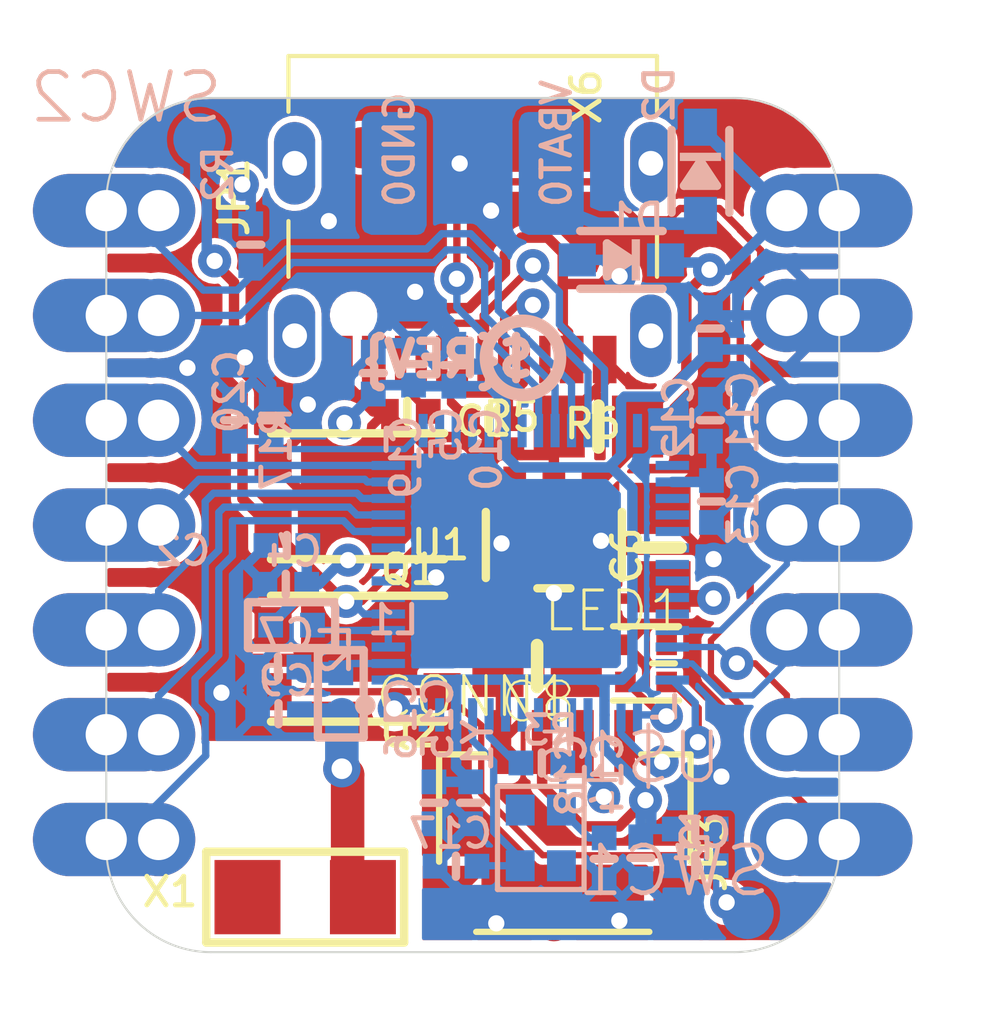
<source format=kicad_pcb>
(kicad_pcb (version 20221018) (generator pcbnew)
  (layers (0 "F.Cu" signal) (1 "In1.Cu" signal) (2 "In2.Cu" signal) (31 "B.Cu" signal) (34 "B.Paste" user) (35 "F.Paste" user) (36 "B.SilkS" user "B.Silkscreen") (37 "F.SilkS" user "F.Silkscreen") (38 "B.Mask" user) (39 "F.Mask" user) (44 "Edge.Cuts" user))
  (net 0 "")
  (net 1 "GND")
  (net 2 "D+")
  (net 3 "D-")
  (net 4 "VBUS")
  (net 5 "~{RESET}")
  (net 6 "3.3V")
  (net 7 "A0")
  (net 8 "CC1")
  (net 9 "CC2")
  (net 10 "A1")
  (net 11 "MOSI")
  (net 12 "MISO")
  (net 13 "SCK")
  (net 14 "A2")
  (net 15 "A3")
  (net 16 "SDA")
  (net 17 "SCL")
  (net 18 "NEOPIX")
  (net 19 "+5V")
  (net 20 "VDD3P3")
  (net 21 "N$2")
  (net 22 "N$3")
  (net 23 "IO0")
  (net 24 "SDA1")
  (net 25 "SCL1")
  (net 26 "N$5")
  (net 27 "N$6")
  (net 28 "N$7")
  (net 29 "IO10_DBLTAP")
  (net 30 "NEOPIX_PWR")
  (net 31 "TX")
  (net 32 "RX")
  (net 33 "VBAT")
  (net 34 "VDD_SPI")
  (footprint "working:_0402NO" (layer "F.Cu") (at 146.9136 102.2477)
    (fp_text reference "R5")
    (fp_text value "5.1K")
  )
  (footprint "working:USB_C_CUSB31-CFM2AX-01-X" (layer "F.Cu") (at 148.5011 97.4471 180)
    (fp_text reference "X6")
    (fp_text value "USB TYPE C")
  )
  (footprint "working:BTN_KMR2_4.6X2.8" (layer "F.Cu") (at 145.7071 108.2421 180)
    (fp_text reference "Q2")
    (fp_text value "reset")
  )
  (footprint "working:1X07_CASTEL" (layer "F.Cu") (at 156.1211 105.0036 90)
    (fp_text reference "JP3")
    (fp_text value "")
  )
  (footprint "working:BTN_KMR2_4.6X2.8" (layer "F.Cu") (at 145.7071 104.3051 180)
    (fp_text reference "Q1")
    (fp_text value "BOOT0")
  )
  (footprint "working:ANT_2450AT18B100" (layer "F.Cu") (at 144.4371 114.0206 180)
    (fp_text reference "X1")
    (fp_text value "")
  )
  (footprint "working:FIDUCIAL_1MM" (layer "F.Cu") (at 145.8087 95.8596)
    (fp_text reference "U$6" hide)
    (fp_text value "FIDUCIAL_1MM" hide)
  )
  (footprint "working:_0402NO" (layer "F.Cu") (at 148.8821 102.4255)
    (fp_text reference "R6")
    (fp_text value "5.1K")
  )
  (footprint "working:SOT23-5" (layer "F.Cu") (at 150.4696 105.4862 180)
    (fp_text reference "U1")
    (fp_text value "AP2112K-3.3")
  )
  (footprint "working:0805-NO" (layer "F.Cu") (at 151.5491 102.616 180)
    (fp_text reference "C1")
    (fp_text value "22uF")
  )
  (footprint "working:0805-NO" (layer "F.Cu") (at 153.035 105.5497 90)
    (fp_text reference "C6")
    (fp_text value "22uF")
  )
  (footprint "working:QTPY_ESP32_TOP" (layer "F.Cu") (at 139.6111 115.3541)
    (fp_text reference "U$13" hide)
    (fp_text value "" hide)
  )
  (footprint "working:0805-NO" (layer "F.Cu") (at 150.0632 108.4199 180)
    (fp_text reference "C8")
    (fp_text value "22uF")
  )
  (footprint "working:1X07_CASTEL" (layer "F.Cu") (at 140.8811 105.0036 -90)
    (fp_text reference "JP1")
    (fp_text value "")
  )
  (footprint "working:SK6805_1515" (layer "F.Cu") (at 152.7048 108.3564)
    (fp_text reference "LED1")
    (fp_text value "WS2812B_SK6805_1515")
  )
  (footprint "working:JST_SH4_SKINNY" (layer "F.Cu") (at 150.6855 112.776)
    (fp_text reference "CONN1")
    (fp_text value "STEMMA_I2C_QTSKINNY" hide)
  )
  (footprint "working:FIDUCIAL_1MM" (layer "F.Cu") (at 150.4696 114.5921)
    (fp_text reference "U$8" hide)
    (fp_text value "FIDUCIAL_1MM" hide)
  )
  (footprint "working:CRYSTAL_2X1.6" (layer "B.Cu") (at 150.1521 112.5855 -90)
    (fp_text reference "Y1")
    (fp_text value "40MHz")
  )
  (footprint "working:_0402NO" (layer "B.Cu") (at 143.6116 102.4636 -90)
    (fp_text reference "R17")
    (fp_text value "1Meg")
  )
  (footprint "working:_0402NO" (layer "B.Cu") (at 153.8986 112.3696)
    (fp_text reference "R1")
    (fp_text value "10K")
  )
  (footprint "working:_0402NO" (layer "B.Cu") (at 152.5778 113.0681 -90)
    (fp_text reference "C14")
    (fp_text value "0.1uF")
  )
  (footprint "working:_0402NO" (layer "B.Cu") (at 143.7894 109.5756 180)
    (fp_text reference "C9")
    (fp_text value "TBD")
  )
  (footprint "working:_0402NO" (layer "B.Cu") (at 154.2923 104.4321 -90)
    (fp_text reference "C12")
    (fp_text value "0.1uF")
  )
  (footprint "working:B1,27" (layer "B.Cu") (at 155.1686 114.4016 180)
    (fp_text reference "SWC1")
    (fp_text value "TPB1,27")
  )
  (footprint "working:PCBFEAT-REV-040" (layer "B.Cu") (at 149.7203 100.9523 180)
    (fp_text reference "U$12" hide)
    (fp_text value "" hide)
  )
  (footprint "working:_0402NO" (layer "B.Cu") (at 143.1163 98.2091 -90)
    (fp_text reference "R2")
    (fp_text value "10K")
  )
  (footprint "working:_0402NO" (layer "B.Cu") (at 148.4503 111.7346 -90)
    (fp_text reference "C15")
    (fp_text value "1uF")
  )
  (footprint "working:_0402NO" (layer "B.Cu") (at 148.0439 101.1301 90)
    (fp_text reference "C10")
    (fp_text value "0.1uF")
  )
  (footprint "working:_0402NO" (layer "B.Cu") (at 143.9672 106.4387 180)
    (fp_text reference "C4")
    (fp_text value "0.1uF")
  )
  (footprint "working:SOD-323_MINI" (layer "B.Cu") (at 154.0256 96.4311 -90)
    (fp_text reference "D2")
    (fp_text value "  NSR0320")
  )
  (footprint "working:_0402NO" (layer "B.Cu") (at 147.5613 111.7346 -90)
    (fp_text reference "C16")
    (fp_text value "100pF")
  )
  (footprint "working:_0402NO" (layer "B.Cu") (at 154.2669 102.4636 90)
    (fp_text reference "C13")
    (fp_text value "1uF")
  )
  (footprint "working:QFN56_7X7" (layer "B.Cu") (at 149.8981 106.1593)
    (fp_text reference "U$15")
    (fp_text value "ESP32-S2QFN54")
  )
  (footprint "working:_0402NO" (layer "B.Cu") (at 151.6888 113.0935 -90)
    (fp_text reference "C18")
    (fp_text value "16pF")
  )
  (footprint "working:_0402NO" (layer "B.Cu") (at 146.0881 101.3206 90)
    (fp_text reference "C19")
    (fp_text value "1uF")
  )
  (footprint "working:_0402NO" (layer "B.Cu") (at 147.066 101.1047 90)
    (fp_text reference "C5")
    (fp_text value "1uF")
  )
  (footprint "working:_0402NO" (layer "B.Cu") (at 150.1775 110.7694 180)
    (fp_text reference "R3")
    (fp_text value "0")
  )
  (footprint "working:_0402NO" (layer "B.Cu") (at 153.8986 113.2586 180)
    (fp_text reference "C3")
    (fp_text value "1uF")
  )
  (footprint "working:_0402NO" (layer "B.Cu") (at 154.2669 100.2411 90)
    (fp_text reference "C11")
    (fp_text value "0.1uF")
  )
  (footprint "working:_0402NO" (layer "B.Cu") (at 148.0947 113.2713 180)
    (fp_text reference "C17")
    (fp_text value "16pF")
  )
  (footprint "working:_0402NO" (layer "B.Cu") (at 143.7767 108.4453 180)
    (fp_text reference "C7")
    (fp_text value "TBD")
  )
  (footprint "working:SOD-323_MINI" (layer "B.Cu") (at 152.1079 98.5774 180)
    (fp_text reference "D1")
    (fp_text value "  NSR0320")
  )
  (footprint "working:_0402" (layer "B.Cu") (at 144.1069 107.4293)
    (fp_text reference "L1")
    (fp_text value "2nH")
  )
  (footprint "working:_0402NO" (layer "B.Cu") (at 142.7226 102.4636 90)
    (fp_text reference "C20")
    (fp_text value "1uF")
  )
  (footprint "working:TESTPOINT_PLUS_1X3MM" (layer "B.Cu") (at 150.4061 96.4819 -90)
    (fp_text reference "VBAT0")
    (fp_text value "")
  )
  (footprint "working:TESTPOINT_MINUS_1X3MM" (layer "B.Cu") (at 146.5961 96.4819 -90)
    (fp_text reference "GND0")
    (fp_text value "")
  )
  (footprint "working:_0402NO" (layer "B.Cu") (at 143.9926 105.4989 180)
    (fp_text reference "C2")
    (fp_text value "1uF")
  )
  (footprint "working:QTPYS2_BOT" (layer "B.Cu") (at 157.3911 115.3541 180)
    (fp_text reference "U$7" hide)
    (fp_text value "" hide)
  )
  (footprint "working:B1,27" (layer "B.Cu") (at 141.8717 95.6564 180)
    (fp_text reference "SWC2")
    (fp_text value "TPB1,27")
  )
  (footprint "working:_0402" (layer "B.Cu") (at 145.3007 109.093 90)
    (fp_text reference "L2")
    (fp_text value "0 ohm")
  )
  (gr_line (start 139.6111 112.8141) (end 139.6111 97.1931) (stroke (width 0.05)) (layer "Edge.Cuts"))
  (gr_line (start 154.8511 115.3541) (end 142.1511 115.3541) (stroke (width 0.05)) (layer "Edge.Cuts"))
  (gr_arc (start 154.8511 94.6531) (mid 156.647151 95.397049) (end 157.3911 97.1931) (stroke (width 0.05)) (layer "Edge.Cuts"))
  (gr_line (start 142.1511 94.6531) (end 154.8511 94.6531) (stroke (width 0.05)) (layer "Edge.Cuts"))
  (gr_arc (start 157.3911 112.8141) (mid 156.647151 114.610151) (end 154.8511 115.3541) (stroke (width 0.05)) (layer "Edge.Cuts"))
  (gr_arc (start 139.6111 97.1931) (mid 140.355049 95.397049) (end 142.1511 94.6531) (stroke (width 0.05)) (layer "Edge.Cuts"))
  (gr_line (start 157.3911 97.1931) (end 157.3911 112.8141) (stroke (width 0.05)) (layer "Edge.Cuts"))
  (gr_arc (start 142.1511 115.3541) (mid 140.355049 114.610151) (end 139.6111 112.8141) (stroke (width 0.05)) (layer "Edge.Cuts"))
  (segment (start 151.7011 100.9921) (end 151.7011 101.514) (width 0.254) (layer "F.Cu") (net 1))
  (segment (start 148.7296 103.5051) (end 147.7571 103.5051) (width 0.254) (layer "F.Cu") (net 1))
  (segment (start 149.1855 108.4922) (end 149.1132 108.4199) (width 0.254) (layer "F.Cu") (net 1))
  (segment (start 148.336 103.0605) (end 148.7551 103.4796) (width 0.254) (layer "F.Cu") (net 1))
  (segment (start 151.7011 101.514) (end 150.5991 102.616) (width 0.254) (layer "F.Cu") (net 1))
  (segment (start 148.3106 103.0605) (end 148.336 103.0605) (width 0.254) (layer "F.Cu") (net 1))
  (segment (start 146.4056 102.2477) (end 146.0881 102.2477) (width 0.254) (layer "F.Cu") (net 1))
  (segment (start 148.7551 103.4796) (end 148.7296 103.5051) (width 0.254) (layer "F.Cu") (net 1))
  (segment (start 150.4696 104.1861) (end 150.4696 103.3067) (width 0.254) (layer "F.Cu") (net 1))
  (segment (start 152.6946 107.4166) (end 152.799468 107.4166) (width 0.254) (layer "F.Cu") (net 1))
  (segment (start 148.3741 102.997) (end 148.3106 103.0605) (width 0.254) (layer "F.Cu") (net 1))
  (segment (start 155.1051 114.9096) (end 155.6766 114.3381) (width 0.254) (layer "F.Cu") (net 1))
  (segment (start 146.4056 102.87) (end 146.4056 102.2477) (width 0.254) (layer "F.Cu") (net 1))
  (segment (start 150.4696 103.3067) (end 148.928 103.3067) (width 0.254) (layer "F.Cu") (net 1))
  (segment (start 154.036443 114.9096) (end 153.4855 114.358657) (width 0.3048) (layer "F.Cu") (net 1))
  (segment (start 152.2048 107.9064) (end 152.6946 107.4166) (width 0.254) (layer "F.Cu") (net 1))
  (segment (start 153.4855 114.162) (end 153.4855 114.358657) (width 0.4064) (layer "F.Cu") (net 1))
  (segment (start 148.928 103.3067) (end 148.7551 103.4796) (width 0.254) (layer "F.Cu") (net 1))
  (segment (start 145.3011 100.9921) (end 145.3011 101.4607) (width 0.254) (layer "F.Cu") (net 1))
  (segment (start 148.3741 102.4255) (end 148.3741 102.87) (width 0.254) (layer "F.Cu") (net 1))
  (segment (start 148.3741 102.87) (end 146.4056 102.87) (width 0.254) (layer "F.Cu") (net 1))
  (segment (start 146.0881 102.2477) (end 145.3011 101.4607) (width 0.254) (layer "F.Cu") (net 1))
  (segment (start 149.1855 110.262) (end 149.1855 108.4922) (width 0.254) (layer "F.Cu") (net 1))
  (segment (start 154.036443 114.9096) (end 155.1051 114.9096) (width 0.3048) (layer "F.Cu") (net 1))
  (segment (start 149.1855 110.262) (end 149.1855 110.4011) (width 0.254) (layer "F.Cu") (net 1))
  (segment (start 152.799468 107.4166) (end 152.809284 107.406785) (width 0.254) (layer "F.Cu") (net 1))
  (via (at 151.6126 105.3846) (size 0.8001) (drill 0.3937) (layers "F.Cu" "B.Cu") (net 1))
  (via (at 142.4051 109.0676) (size 0.8001) (drill 0.3937) (layers "F.Cu" "B.Cu") (net 1))
  (via (at 150.4696 106.6546) (size 0.8001) (drill 0.3937) (layers "F.Cu" "B.Cu") (net 1))
  (via (at 154.5336 111.0996) (size 0.8001) (drill 0.3937) (layers "F.Cu" "B.Cu") (net 1))
  (via (at 142.9766 100.9396) (size 0.8001) (drill 0.3937) (layers "F.Cu" "B.Cu") (net 1))
  (via (at 149.1996 105.4481) (size 0.8001) (drill 0.3937) (layers "F.Cu" "B.Cu") (net 1))
  (via (at 147.1041 99.3521) (size 0.8001) (drill 0.3937) (layers "F.Cu" "B.Cu") (net 1))
  (via (at 144.5006 102.0826) (size 0.8001) (drill 0.3937) (layers "F.Cu" "B.Cu") (net 1))
  (via (at 141.5796 101.1936) (size 0.8001) (drill 0.3937) (layers "F.Cu" "B.Cu") (net 1))
  (via (at 147.6121 106.2736) (size 0.8001) (drill 0.3937) (layers "F.Cu" "B.Cu") (net 1))
  (via (at 152.0571 114.5921) (size 0.8001) (drill 0.3937) (layers "F.Cu" "B.Cu") (net 1))
  (via (at 145.0086 97.6376) (size 0.8001) (drill 0.3937) (layers "F.Cu" "B.Cu") (net 1))
  (via (at 149.0726 114.6556) (size 0.8001) (drill 0.3937) (layers "F.Cu" "B.Cu") (net 1))
  (via (at 148.1836 96.2406) (size 0.8001) (drill 0.3937) (layers "F.Cu" "B.Cu") (net 1))
  (via (at 154.3431 105.8291) (size 0.8001) (drill 0.3937) (layers "F.Cu" "B.Cu") (net 1))
  (via (at 148.9456 97.3836) (size 0.8001) (drill 0.3937) (layers "F.Cu" "B.Cu") (net 1))
  (segment (start 146.0881 100.438538) (end 146.3171 100.209538) (width 0.254) (layer "B.Cu") (net 1))
  (segment (start 143.2814 109.5756) (end 143.2687 109.5629) (width 0.254) (layer "B.Cu") (net 1))
  (segment (start 146.0881 100.8126) (end 146.0881 100.438538) (width 0.254) (layer "B.Cu") (net 1))
  (segment (start 143.3477 101.3107) (end 142.9766 100.9396) (width 0.254) (layer "B.Cu") (net 1))
  (segment (start 146.3171 100.209538) (end 146.3171 99.9236) (width 0.254) (layer "B.Cu") (net 1))
  (segment (start 146.304 100.5967) (end 147.066 100.5967) (width 0.254) (layer "B.Cu") (net 1))
  (segment (start 143.6116 101.9556) (end 143.6116 101.580207) (width 0.254) (layer "B.Cu") (net 1))
  (segment (start 154.2669 99.9236) (end 154.2669 99.7331) (width 0.254) (layer "B.Cu") (net 1))
  (segment (start 146.3171 99.9236) (end 146.8886 99.3521) (width 0.254) (layer "B.Cu") (net 1))
  (segment (start 143.2687 108.4453) (end 143.2687 109.5629) (width 0.508) (layer "B.Cu") (net 1))
  (segment (start 146.8886 99.3521) (end 147.1041 99.3521) (width 0.254) (layer "B.Cu") (net 1))
  (segment (start 143.2687 108.4453) (end 142.7861 107.9627) (width 0.3048) (layer "B.Cu") (net 1))
  (segment (start 146.0881 100.8126) (end 146.304 100.5967) (width 0.254) (layer "B.Cu") (net 1))
  (segment (start 142.7861 107.9627) (end 142.7861 107.4801) (width 0.254) (layer "B.Cu") (net 1))
  (segment (start 148.0439 100.2919) (end 147.1041 99.3521) (width 0.254) (layer "B.Cu") (net 1))
  (segment (start 145.0086 97.2566) (end 145.0086 97.6376) (width 0.4064) (layer "B.Cu") (net 1))
  (segment (start 157.3911 99.9236) (end 154.2669 99.9236) (width 0.254) (layer "B.Cu") (net 1))
  (segment (start 143.3477 101.316307) (end 143.3477 101.3107) (width 0.254) (layer "B.Cu") (net 1))
  (segment (start 143.6116 101.580207) (end 143.3477 101.316307) (width 0.254) (layer "B.Cu") (net 1))
  (segment (start 148.0439 100.6221) (end 148.0439 100.2919) (width 0.254) (layer "B.Cu") (net 1))
  (segment (start 148.8146 100.9286) (end 148.7511 100.9921) (width 0.1778) (layer "F.Cu") (net 2))
  (segment (start 147.7511 100.9921) (end 147.7511 100.4316) (width 0.1778) (layer "F.Cu") (net 2))
  (segment (start 148.7551 99.9236) (end 148.7551 100.1141) (width 0.1778) (layer "F.Cu") (net 2))
  (segment (start 148.8146 100.1736) (end 148.8146 100.9286) (width 0.1778) (layer "F.Cu") (net 2))
  (segment (start 148.0686 100.1141) (end 148.7551 100.1141) (width 0.1778) (layer "F.Cu") (net 2))
  (segment (start 148.7551 100.1141) (end 148.8146 100.1736) (width 0.1778) (layer "F.Cu") (net 2))
  (segment (start 148.0686 100.1141) (end 147.7511 100.4316) (width 0.1778) (layer "F.Cu") (net 2))
  (segment (start 149.9616 98.7171) (end 148.7551 99.9236) (width 0.1778) (layer "F.Cu") (net 2))
  (via (at 149.9616 98.7171) (size 0.8001) (drill 0.3937) (layers "F.Cu" "B.Cu") (net 2))
  (segment (start 149.9616 98.7171) (end 150.60295 99.35845) (width 0.1778) (layer "B.Cu") (net 2))
  (segment (start 151.6981 102.7142) (end 151.6981 101.232157) (width 0.1778) (layer "B.Cu") (net 2))
  (segment (start 150.60295 100.137007) (end 151.6981 101.232157) (width 0.1778) (layer "B.Cu") (net 2))
  (segment (start 150.60295 99.35845) (end 150.60295 100.137007) (width 0.1778) (layer "B.Cu") (net 2))
  (segment (start 148.1876 101.7056) (end 148.3106 101.8286) (width 0.1778) (layer "F.Cu") (net 3))
  (segment (start 149.0091 101.8286) (end 149.2511 101.5866) (width 0.1778) (layer "F.Cu") (net 3))
  (segment (start 149.2511 101.5866) (end 149.2511 100.9921) (width 0.1778) (layer "F.Cu") (net 3))
  (segment (start 148.2511 100.9921) (end 148.1876 101.0556) (width 0.1778) (layer "F.Cu") (net 3))
  (segment (start 149.9616 99.6696) (end 149.7711 99.4791) (width 0.1778) (layer "F.Cu") (net 3))
  (segment (start 148.3106 101.8286) (end 149.0091 101.8286) (width 0.1778) (layer "F.Cu") (net 3))
  (segment (start 149.7711 99.4791) (end 149.2511 99.9991) (width 0.1778) (layer "F.Cu") (net 3))
  (segment (start 148.1876 101.0556) (end 148.1876 101.7056) (width 0.1778) (layer "F.Cu") (net 3))
  (segment (start 149.2511 100.9921) (end 149.2511 99.9991) (width 0.1778) (layer "F.Cu") (net 3))
  (via (at 149.9616 99.6696) (size 0.8001) (drill 0.3937) (layers "F.Cu" "B.Cu") (net 3))
  (segment (start 151.2981 102.7142) (end 151.2981 101.299132) (width 0.1778) (layer "B.Cu") (net 3))
  (segment (start 149.9616 99.6696) (end 149.9616 99.962632) (width 0.1778) (layer "B.Cu") (net 3))
  (segment (start 151.2981 101.299132) (end 149.9616 99.962632) (width 0.1778) (layer "B.Cu") (net 3))
  (segment (start 149.28215 98.435663) (end 149.680162 98.03765) (width 0.254) (layer "F.Cu") (net 4))
  (segment (start 151.80945 98.9711) (end 151.61895 99.1616) (width 0.254) (layer "F.Cu") (net 4))
  (segment (start 150.6851 98.40555) (end 150.6851 99.1616) (width 0.254) (layer "F.Cu") (net 4))
  (segment (start 152.06345 98.9711) (end 151.80945 98.9711) (width 0.254) (layer "F.Cu") (net 4))
  (segment (start 150.6851 100.209538) (end 150.815381 100.339819) (width 0.254) (layer "F.Cu") (net 4))
  (segment (start 150.9011 100.9921) (end 150.75435 100.84535) (width 0.254) (layer "F.Cu") (net 4))
  (segment (start 147.547743 100.1141) (end 147.916043 99.7458) (width 0.254) (layer "F.Cu") (net 4))
  (segment (start 149.28215 98.875694) (end 149.28215 98.435663) (width 0.254) (layer "F.Cu") (net 4))
  (segment (start 150.815381 100.784319) (end 150.75435 100.84535) (width 0.254) (layer "F.Cu") (net 4))
  (segment (start 146.1011 100.9921) (end 146.1011 100.425538) (width 0.254) (layer "F.Cu") (net 4))
  (segment (start 148.412043 99.7458) (end 149.28215 98.875694) (width 0.254) (layer "F.Cu") (net 4))
  (segment (start 150.3172 98.03765) (end 150.6851 98.40555) (width 0.254) (layer "F.Cu") (net 4))
  (segment (start 150.6851 99.1616) (end 150.6851 100.209538) (width 0.254) (layer "F.Cu") (net 4))
  (segment (start 150.815381 100.339819) (end 150.815381 100.784319) (width 0.254) (layer "F.Cu") (net 4))
  (segment (start 147.916043 99.7458) (end 148.412043 99.7458) (width 0.254) (layer "F.Cu") (net 4))
  (segment (start 146.1011 100.425538) (end 146.412537 100.1141) (width 0.254) (layer "F.Cu") (net 4))
  (segment (start 146.412537 100.1141) (end 147.547743 100.1141) (width 0.254) (layer "F.Cu") (net 4))
  (segment (start 149.680162 98.03765) (end 150.3172 98.03765) (width 0.254) (layer "F.Cu") (net 4))
  (segment (start 151.61895 99.1616) (end 150.6851 99.1616) (width 0.254) (layer "F.Cu") (net 4))
  (via (at 152.06345 98.9711) (size 0.8001) (drill 0.3937) (layers "F.Cu" "B.Cu") (net 4))
  (segment (start 151.0379 98.5774) (end 151.66975 98.5774) (width 0.254) (layer "B.Cu") (net 4))
  (segment (start 151.66975 98.5774) (end 152.06345 98.9711) (width 0.254) (layer "B.Cu") (net 4))
  (segment (start 146.399462 109.0421) (end 146.3802 109.2072) (width 0.1778) (layer "F.Cu") (net 5))
  (segment (start 150.198812 113.0046) (end 154.214887 113.0046) (width 0.1524) (layer "F.Cu") (net 5))
  (segment (start 146.5961 109.4486) (end 146.5961 109.3851) (width 0.1778) (layer "F.Cu") (net 5))
  (segment (start 146.4182 109.2072) (end 146.3802 109.2072) (width 0.1778) (layer "F.Cu") (net 5))
  (segment (start 154.214887 113.0046) (end 154.3141 113.103813) (width 0.1524) (layer "F.Cu") (net 5))
  (segment (start 154.6606 114.0841) (end 154.3141 113.7376) (width 0.1524) (layer "F.Cu") (net 5))
  (segment (start 148.7069 109.8522) (end 148.7069 111.512688) (width 0.1524) (layer "F.Cu") (net 5))
  (segment (start 147.7571 109.0421) (end 146.399462 109.0421) (width 0.1778) (layer "F.Cu") (net 5))
  (segment (start 154.3141 113.103813) (end 154.3141 113.7376) (width 0.1524) (layer "F.Cu") (net 5))
  (segment (start 148.7069 111.512688) (end 150.198812 113.0046) (width 0.1524) (layer "F.Cu") (net 5))
  (segment (start 146.5961 109.3851) (end 146.4182 109.2072) (width 0.1778) (layer "F.Cu") (net 5))
  (segment (start 146.370046 109.0421) (end 143.6571 109.0421) (width 0.1778) (layer "F.Cu") (net 5))
  (segment (start 146.3802 109.2072) (end 146.370046 109.0421) (width 0.1778) (layer "F.Cu") (net 5))
  (segment (start 148.7069 109.8522) (end 147.7571 109.0421) (width 0.1524) (layer "F.Cu") (net 5))
  (segment (start 154.6606 114.0841) (end 154.6606 114.1476) (width 0.1524) (layer "F.Cu") (net 5))
  (via (at 146.5961 109.4486) (size 0.8001) (drill 0.3937) (layers "F.Cu" "B.Cu") (net 5))
  (via (at 154.6606 114.1476) (size 0.8001) (drill 0.3937) (layers "F.Cu" "B.Cu") (net 5))
  (segment (start 147.1423 109.4486) (end 146.5961 109.4486) (width 0.1778) (layer "B.Cu") (net 5))
  (segment (start 154.6606 114.1476) (end 154.9146 114.1476) (width 0.1778) (layer "B.Cu") (net 5))
  (segment (start 147.2981 109.6044) (end 147.1423 109.4486) (width 0.1778) (layer "B.Cu") (net 5))
  (segment (start 154.9146 114.1476) (end 155.1686 114.4016) (width 0.1778) (layer "B.Cu") (net 5))
  (segment (start 154.4066 113.8936) (end 154.4066 113.2586) (width 0.1524) (layer "B.Cu") (net 5))
  (segment (start 154.4066 112.3696) (end 154.4066 113.2586) (width 0.1524) (layer "B.Cu") (net 5))
  (segment (start 154.4066 113.8936) (end 154.6606 114.1476) (width 0.1524) (layer "B.Cu") (net 5))
  (segment (start 153.035 106.4997) (end 153.3169 106.7816) (width 0.4064) (layer "F.Cu") (net 6))
  (segment (start 153.035 106.4997) (end 152.7484 106.7863) (width 0.254) (layer "F.Cu") (net 6))
  (segment (start 151.106865 108.458004) (end 151.0132 108.4199) (width 0.254) (layer "F.Cu") (net 6))
  (segment (start 152.0571 112.3061) (end 151.1681 112.3061) (width 0.254) (layer "F.Cu") (net 6))
  (segment (start 150.1855 109.2476) (end 151.0132 108.4199) (width 0.254) (layer "F.Cu") (net 6))
  (segment (start 150.1855 111.3235) (end 150.1855 110.262) (width 0.254) (layer "F.Cu") (net 6))
  (segment (start 151.1681 112.3061) (end 150.1855 111.3235) (width 0.254) (layer "F.Cu") (net 6))
  (segment (start 150.1855 110.262) (end 150.1855 109.2476) (width 0.254) (layer "F.Cu") (net 6))
  (segment (start 151.106865 108.458004) (end 151.106865 108.041035) (width 0.254) (layer "F.Cu") (net 6))
  (segment (start 152.7484 106.7863) (end 151.4196 106.7863) (width 0.254) (layer "F.Cu") (net 6))
  (segment (start 153.3169 106.7816) (end 154.3431 106.7816) (width 0.4064) (layer "F.Cu") (net 6))
  (segment (start 152.6921 111.6711) (end 152.0571 112.3061) (width 0.254) (layer "F.Cu") (net 6))
  (segment (start 151.4196 107.3324) (end 151.086275 107.665725) (width 0.254) (layer "F.Cu") (net 6))
  (segment (start 151.106865 108.041035) (end 151.086275 107.665725) (width 0.254) (layer "F.Cu") (net 6))
  (segment (start 150.1855 110.262) (end 150.1855 109.750357) (width 0.254) (layer "F.Cu") (net 6))
  (segment (start 151.4196 107.3324) (end 151.4196 106.7863) (width 0.254) (layer "F.Cu") (net 6))
  (via (at 142.9131 96.7486) (size 0.8001) (drill 0.3937) (layers "F.Cu" "B.Cu") (net 6))
  (via (at 145.3896 102.5271) (size 0.8001) (drill 0.3937) (layers "F.Cu" "B.Cu") (net 6))
  (via (at 152.6921 111.6711) (size 0.8001) (drill 0.3937) (layers "F.Cu" "B.Cu") (net 6))
  (via (at 145.477153 105.853154) (size 0.8001) (drill 0.3937) (layers "F.Cu" "B.Cu") (net 6))
  (via (at 154.3431 106.7816) (size 0.8001) (drill 0.3937) (layers "F.Cu" "B.Cu") (net 6))
  (segment (start 146.0881 101.8286) (end 146.304 101.6127) (width 0.254) (layer "B.Cu") (net 6))
  (segment (start 148.0439 101.6381) (end 147.0914 101.6381) (width 0.254) (layer "B.Cu") (net 6))
  (segment (start 148.0981 110.8744) (end 148.0981 109.6044) (width 0.254) (layer "B.Cu") (net 6))
  (segment (start 156.1211 101.7016) (end 156.1211 102.4636) (width 0.254) (layer "B.Cu") (net 6))
  (segment (start 144.4752 106.553) (end 143.5989 107.4293) (width 0.254) (layer "B.Cu") (net 6))
  (segment (start 149.5806 103.6066) (end 151.8031 103.6066) (width 0.254) (layer "B.Cu") (net 6))
  (segment (start 152.8318 112.3696) (end 152.8318 111.9886) (width 0.254) (layer "B.Cu") (net 6))
  (segment (start 156.1211 101.7016) (end 155.1686 100.7491) (width 0.254) (layer "B.Cu") (net 6))
  (segment (start 149.4536 108.7501) (end 148.1201 108.7501) (width 0.254) (layer "B.Cu") (net 6))
  (segment (start 144.5006 105.4989) (end 144.4752 105.5243) (width 0.254) (layer "B.Cu") (net 6))
  (segment (start 153.1239 101.8921) (end 154.2669 100.7491) (width 0.254) (layer "B.Cu") (net 6))
  (segment (start 152.5778 112.5601) (end 152.5778 111.9886) (width 0.254) (layer "B.Cu") (net 6))
  (segment (start 149.2981 103.3241) (end 149.5806 103.6066) (width 0.254) (layer "B.Cu") (net 6))
  (segment (start 148.4503 111.2266) (end 147.5613 111.2266) (width 0.254) (layer "B.Cu") (net 6))
  (segment (start 144.4752 105.5243) (end 144.4752 106.4387) (width 0.254) (layer "B.Cu") (net 6))
  (segment (start 152.8318 111.9886) (end 152.8318 111.5568) (width 0.254) (layer "B.Cu") (net 6))
  (segment (start 148.0853 108.7593) (end 148.0981 108.7721) (width 0.254) (layer "B.Cu") (net 6))
  (segment (start 149.2981 109.6044) (end 149.2981 108.9056) (width 0.254) (layer "B.Cu") (net 6))
  (segment (start 154.2669 100.7491) (end 155.1686 100.7491) (width 0.254) (layer "B.Cu") (net 6))
  (segment (start 149.2981 102.0414) (end 149.2981 102.7142) (width 0.254) (layer "B.Cu") (net 6))
  (segment (start 151.5491 108.7501) (end 151.6981 108.8991) (width 0.254) (layer "B.Cu") (net 6))
  (segment (start 152.0981 103.3116) (end 152.0981 102.7142) (width 0.254) (layer "B.Cu") (net 6))
  (segment (start 152.0981 101.9781) (end 152.1841 101.8921) (width 0.254) (layer "B.Cu") (net 6))
  (segment (start 152.8318 111.9886) (end 152.5778 111.9886) (width 0.254) (layer "B.Cu") (net 6))
  (segment (start 147.066 101.6127) (end 147.0914 101.6381) (width 0.254) (layer "B.Cu") (net 6))
  (segment (start 151.5491 108.7501) (end 149.4536 108.7501) (width 0.254) (layer "B.Cu") (net 6))
  (segment (start 147.066 101.6127) (end 146.304 101.6127) (width 0.254) (layer "B.Cu") (net 6))
  (segment (start 143.1163 96.9518) (end 142.9131 96.7486) (width 0.254) (layer "B.Cu") (net 6))
  (segment (start 148.0853 108.7593) (end 146.453 108.7593) (width 0.254) (layer "B.Cu") (net 6))
  (segment (start 151.6981 108.8991) (end 151.6981 109.6044) (width 0.254) (layer "B.Cu") (net 6))
  (segment (start 152.3746 104.113669) (end 152.3746 108.4961) (width 0.254) (layer "B.Cu") (net 6))
  (segment (start 148.1201 108.7501) (end 148.0981 108.7721) (width 0.254) (layer "B.Cu") (net 6))
  (segment (start 148.8948 101.6381) (end 149.2981 102.0414) (width 0.254) (layer "B.Cu") (net 6))
  (segment (start 148.0439 101.6381) (end 148.8948 101.6381) (width 0.254) (layer "B.Cu") (net 6))
  (segment (start 151.835315 103.574385) (end 152.0981 103.3116) (width 0.254) (layer "B.Cu") (net 6))
  (segment (start 152.1206 108.7501) (end 151.5491 108.7501) (width 0.254) (layer "B.Cu") (net 6))
  (segment (start 143.1163 97.7011) (end 143.1163 96.9518) (width 0.254) (layer "B.Cu") (net 6))
  (segment (start 152.3746 108.4961) (end 152.1206 108.7501) (width 0.254) (layer "B.Cu") (net 6))
  (segment (start 144.4752 106.4387) (end 144.764606 106.4387) (width 0.254) (layer "B.Cu") (net 6))
  (segment (start 148.0981 108.7721) (end 148.0981 109.6044) (width 0.254) (layer "B.Cu") (net 6))
  (segment (start 152.5778 111.7854) (end 152.5778 112.5601) (width 0.254) (layer "B.Cu") (net 6))
  (segment (start 152.6921 111.6711) (end 152.5778 111.7854) (width 0.254) (layer "B.Cu") (net 6))
  (segment (start 151.8031 103.6066) (end 151.835315 103.574385) (width 0.254) (layer "B.Cu") (net 6))
  (segment (start 152.0981 102.7142) (end 152.0981 101.9781) (width 0.254) (layer "B.Cu") (net 6))
  (segment (start 145.477153 105.853154) (end 145.350153 105.853154) (width 0.254) (layer "B.Cu") (net 6))
  (segment (start 145.350153 105.853154) (end 144.764606 106.4387) (width 0.254) (layer "B.Cu") (net 6))
  (segment (start 152.3746 104.113669) (end 151.835315 103.574385) (width 0.254) (layer "B.Cu") (net 6))
  (segment (start 149.2981 108.9056) (end 149.4536 108.7501) (width 0.254) (layer "B.Cu") (net 6))
  (segment (start 157.3911 102.4636) (end 156.1211 102.4636) (width 0.254) (layer "B.Cu") (net 6))
  (segment (start 152.8318 111.5568) (end 151.6981 110.4231) (width 0.254) (layer "B.Cu") (net 6))
  (segment (start 149.2981 102.7142) (end 149.2981 103.3241) (width 0.254) (layer "B.Cu") (net 6))
  (segment (start 146.0881 101.8286) (end 145.3896 102.5271) (width 0.254) (layer "B.Cu") (net 6))
  (segment (start 152.1841 101.8921) (end 153.1239 101.8921) (width 0.254) (layer "B.Cu") (net 6))
  (segment (start 148.4503 111.2266) (end 148.0981 110.8744) (width 0.254) (layer "B.Cu") (net 6))
  (segment (start 151.6981 109.6044) (end 151.6981 110.4231) (width 0.254) (layer "B.Cu") (net 6))
  (segment (start 144.4752 106.553) (end 144.4752 106.4387) (width 0.254) (layer "B.Cu") (net 6))
  (segment (start 153.3906 112.3696) (end 152.8318 112.3696) (width 0.254) (layer "B.Cu") (net 6))
  (segment (start 143.1036 98.991613) (end 143.314612 98.991613) (width 0.1778) (layer "B.Cu") (net 7))
  (segment (start 143.995525 98.3107) (end 147.3835 98.3107) (width 0.1778) (layer "B.Cu") (net 7))
  (segment (start 143.1036 98.991613) (end 142.7861 99.309113) (width 0.1778) (layer "B.Cu") (net 7))
  (segment (start 141.968412 99.309113) (end 142.7861 99.309113) (width 0.1778) (layer "B.Cu") (net 7))
  (segment (start 149.120631 98.615657) (end 149.120631 99.7966) (width 0.1778) (layer "B.Cu") (net 7))
  (segment (start 150.8981 101.574069) (end 150.8981 102.7142) (width 0.1778) (layer "B.Cu") (net 7))
  (segment (start 143.314612 98.991613) (end 143.995525 98.3107) (width 0.1778) (layer "B.Cu") (net 7))
  (segment (start 143.1163 98.978913) (end 143.1036 98.991613) (width 0.1778) (layer "B.Cu") (net 7))
  (segment (start 147.750243 97.943957) (end 148.448931 97.943957) (width 0.1778) (layer "B.Cu") (net 7))
  (segment (start 148.448931 97.943957) (end 149.120631 98.615657) (width 0.1778) (layer "B.Cu") (net 7))
  (segment (start 140.8811 98.2218) (end 141.968412 99.309113) (width 0.1778) (layer "B.Cu") (net 7))
  (segment (start 143.1163 98.7171) (end 143.1163 98.978913) (width 0.1778) (layer "B.Cu") (net 7))
  (segment (start 149.120631 99.7966) (end 150.8981 101.574069) (width 0.1778) (layer "B.Cu") (net 7))
  (segment (start 140.8811 97.3836) (end 140.8811 98.2218) (width 0.1778) (layer "B.Cu") (net 7))
  (segment (start 147.3835 98.3107) (end 147.750243 97.943957) (width 0.1778) (layer "B.Cu") (net 7))
  (segment (start 139.6111 97.3836) (end 140.8811 97.3836) (width 0.254) (layer "B.Cu") (net 7))
  (segment (start 149.7511 101.5692) (end 149.3901 101.9302) (width 0.1778) (layer "F.Cu") (net 8))
  (segment (start 149.7511 100.9921) (end 149.7511 101.5692) (width 0.1778) (layer "F.Cu") (net 8))
  (segment (start 149.3901 102.4255) (end 149.3901 101.9302) (width 0.1778) (layer "F.Cu") (net 8))
  (segment (start 147.4216 102.2477) (end 146.7511 101.5772) (width 0.1778) (layer "F.Cu") (net 9))
  (segment (start 146.7511 100.9921) (end 146.7511 101.5772) (width 0.1778) (layer "F.Cu") (net 9))
  (segment (start 140.8811 99.9236) (end 142.8496 99.9236) (width 0.1778) (layer "B.Cu") (net 10))
  (segment (start 147.8661 98.3361) (end 147.5613 98.6409) (width 0.1778) (layer "B.Cu") (net 10))
  (segment (start 144.1323 98.6409) (end 142.8496 99.9236) (width 0.1778) (layer "B.Cu") (net 10))
  (segment (start 150.4981 101.641044) (end 150.4981 102.7142) (width 0.1778) (layer "B.Cu") (net 10))
  (segment (start 139.6111 99.9236) (end 140.8811 99.9236) (width 0.254) (layer "B.Cu") (net 10))
  (segment (start 147.5613 98.6409) (end 144.1323 98.6409) (width 0.1778) (layer "B.Cu") (net 10))
  (segment (start 147.8661 98.3361) (end 148.3741 98.3361) (width 0.1778) (layer "B.Cu") (net 10))
  (segment (start 148.3741 98.3361) (end 148.790431 98.752432) (width 0.1778) (layer "B.Cu") (net 10))
  (segment (start 148.790431 99.933375) (end 150.4981 101.641044) (width 0.1778) (layer "B.Cu") (net 10))
  (segment (start 148.790431 98.752432) (end 148.790431 99.933375) (width 0.1778) (layer "B.Cu") (net 10))
  (segment (start 157.3911 105.0036) (end 156.1211 105.0036) (width 0.254) (layer "B.Cu") (net 11))
  (segment (start 154.5179 107.5593) (end 153.3432 107.5593) (width 0.1524) (layer "B.Cu") (net 11))
  (segment (start 154.5179 107.5593) (end 156.1211 105.9561) (width 0.1524) (layer "B.Cu") (net 11))
  (segment (start 156.1211 105.9561) (end 156.1211 105.0036) (width 0.1524) (layer "B.Cu") (net 11))
  (segment (start 153.8253 108.3593) (end 154.5971 109.1311) (width 0.1524) (layer "B.Cu") (net 12))
  (segment (start 157.3911 107.5436) (end 156.1211 107.5436) (width 0.1524) (layer "B.Cu") (net 12))
  (segment (start 154.5971 109.1311) (end 155.2956 109.1311) (width 0.1524) (layer "B.Cu") (net 12))
  (segment (start 153.3432 108.3593) (end 153.8253 108.3593) (width 0.1524) (layer "B.Cu") (net 12))
  (segment (start 156.1211 108.3056) (end 156.1211 107.5436) (width 0.1524) (layer "B.Cu") (net 12))
  (segment (start 155.2956 109.1311) (end 156.1211 108.3056) (width 0.1524) (layer "B.Cu") (net 12))
  (segment (start 156.1211 109.124132) (end 155.353368 108.3564) (width 0.1524) (layer "F.Cu") (net 13))
  (segment (start 156.1211 109.124132) (end 156.1211 110.0836) (width 0.1524) (layer "F.Cu") (net 13))
  (segment (start 154.90825 108.3564) (end 155.353368 108.3564) (width 0.1524) (layer "F.Cu") (net 13))
  (via (at 154.90825 108.3564) (size 0.8001) (drill 0.3937) (layers "F.Cu" "B.Cu") (net 13))
  (segment (start 154.84475 108.3564) (end 154.44765 107.9593) (width 0.1524) (layer "B.Cu") (net 13))
  (segment (start 154.44765 107.9593) (end 153.3432 107.9593) (width 0.1524) (layer "B.Cu") (net 13))
  (segment (start 154.90825 108.3564) (end 154.84475 108.3564) (width 0.1524) (layer "B.Cu") (net 13))
  (segment (start 157.3911 110.0836) (end 156.1211 110.0836) (width 0.254) (layer "B.Cu") (net 13))
  (segment (start 140.8811 102.4636) (end 140.8811 102.6541) (width 0.1778) (layer "B.Cu") (net 14))
  (segment (start 139.6111 102.4636) (end 140.8811 102.4636) (width 0.254) (layer "B.Cu") (net 14))
  (segment (start 141.7863 103.5593) (end 140.8811 102.6541) (width 0.1778) (layer "B.Cu") (net 14))
  (segment (start 146.453 103.5593) (end 141.7863 103.5593) (width 0.1778) (layer "B.Cu") (net 14))
  (segment (start 145.8815 103.8958) (end 141.8619 103.8958) (width 0.1778) (layer "B.Cu") (net 15))
  (segment (start 140.7541 105.0036) (end 140.8811 105.0036) (width 0.254) (layer "B.Cu") (net 15))
  (segment (start 139.6111 105.0036) (end 140.7541 105.0036) (width 0.254) (layer "B.Cu") (net 15))
  (segment (start 146.453 103.9593) (end 145.945 103.9593) (width 0.1778) (layer "B.Cu") (net 15))
  (segment (start 141.8619 103.8958) (end 140.7541 105.0036) (width 0.1778) (layer "B.Cu") (net 15))
  (segment (start 145.945 103.9593) (end 145.8815 103.8958) (width 0.1778) (layer "B.Cu") (net 15))
  (segment (start 139.6111 107.5436) (end 140.8811 107.5436) (width 0.254) (layer "B.Cu") (net 16))
  (segment (start 145.818 104.3593) (end 145.691 104.2323) (width 0.1778) (layer "B.Cu") (net 16))
  (segment (start 140.8811 106.602088) (end 140.8811 107.5436) (width 0.1778) (layer "B.Cu") (net 16))
  (segment (start 142.0114 105.471788) (end 140.8811 106.602088) (width 0.1778) (layer "B.Cu") (net 16))
  (segment (start 142.2112 104.2323) (end 142.0114 104.4321) (width 0.1778) (layer "B.Cu") (net 16))
  (segment (start 145.691 104.2323) (end 142.2112 104.2323) (width 0.1778) (layer "B.Cu") (net 16))
  (segment (start 146.453 104.3593) (end 145.818 104.3593) (width 0.1778) (layer "B.Cu") (net 16))
  (segment (start 142.0114 104.4321) (end 142.0114 105.471788) (width 0.1778) (layer "B.Cu") (net 16))
  (segment (start 139.6111 110.0836) (end 140.8811 110.0836) (width 0.254) (layer "B.Cu") (net 17))
  (segment (start 142.3416 104.695875) (end 142.3416 105.608563) (width 0.1778) (layer "B.Cu") (net 17))
  (segment (start 142.3416 105.608563) (end 142.0114 105.938763) (width 0.1778) (layer "B.Cu") (net 17))
  (segment (start 142.0114 105.938763) (end 142.0114 108.011788) (width 0.1778) (layer "B.Cu") (net 17))
  (segment (start 146.453 104.7593) (end 145.691 104.7593) (width 0.1778) (layer "B.Cu") (net 17))
  (segment (start 145.5005 104.5688) (end 142.468675 104.5688) (width 0.1778) (layer "B.Cu") (net 17))
  (segment (start 145.691 104.7593) (end 145.5005 104.5688) (width 0.1778) (layer "B.Cu") (net 17))
  (segment (start 142.468675 104.5688) (end 142.3416 104.695875) (width 0.1778) (layer "B.Cu") (net 17))
  (segment (start 140.8811 109.142088) (end 140.8811 110.0836) (width 0.1778) (layer "B.Cu") (net 17))
  (segment (start 142.0114 108.011788) (end 140.8811 109.142088) (width 0.1778) (layer "B.Cu") (net 17))
  (segment (start 153.2001 109.6391) (end 153.115571 109.6391) (width 0.1778) (layer "F.Cu") (net 18))
  (segment (start 153.115571 109.6391) (end 152.2048 108.8064) (width 0.1778) (layer "F.Cu") (net 18))
  (via (at 153.2001 109.6391) (size 0.8001) (drill 0.3937) (layers "F.Cu" "B.Cu") (net 18))
  (segment (start 153.1654 109.6044) (end 153.2001 109.6391) (width 0.1778) (layer "B.Cu") (net 18))
  (segment (start 152.4981 109.6044) (end 153.1654 109.6044) (width 0.1778) (layer "B.Cu") (net 18))
  (segment (start 153.6827 101.3079) (end 153.6827 99.3795) (width 0.254) (layer "F.Cu") (net 19))
  (segment (start 154.24505 98.81715) (end 153.6827 99.3795) (width 0.254) (layer "F.Cu") (net 19))
  (segment (start 153.6827 101.3079) (end 152.542806 102.447794) (width 0.254) (layer "F.Cu") (net 19))
  (segment (start 152.864671 102.672029) (end 152.4991 102.616) (width 0.254) (layer "F.Cu") (net 19))
  (segment (start 150.9014 105.0671) (end 151.2926 104.6759) (width 0.254) (layer "F.Cu") (net 19))
  (segment (start 149.9641 105.0671) (end 150.9014 105.0671) (width 0.254) (layer "F.Cu") (net 19))
  (segment (start 152.4991 102.616) (end 152.542806 102.447794) (width 0.254) (layer "F.Cu") (net 19))
  (segment (start 152.864671 102.672029) (end 151.4196 104.1171) (width 0.254) (layer "F.Cu") (net 19))
  (segment (start 151.4196 104.1861) (end 151.4196 104.1171) (width 0.254) (layer "F.Cu") (net 19))
  (segment (start 151.2926 104.3131) (end 151.2926 104.6759) (width 0.254) (layer "F.Cu") (net 19))
  (segment (start 149.9641 105.0671) (end 149.5196 104.6226) (width 0.254) (layer "F.Cu") (net 19))
  (segment (start 151.2926 104.3131) (end 151.4196 104.1861) (width 0.254) (layer "F.Cu") (net 19))
  (segment (start 149.5196 104.1861) (end 149.5196 104.6226) (width 0.254) (layer "F.Cu") (net 19))
  (via (at 154.24505 98.81715) (size 0.8001) (drill 0.3937) (layers "F.Cu" "B.Cu") (net 19))
  (segment (start 154.0053 98.6409) (end 153.2414 98.6409) (width 0.254) (layer "B.Cu") (net 19))
  (segment (start 154.18155 98.81715) (end 154.0053 98.6409) (width 0.254) (layer "B.Cu") (net 19))
  (segment (start 154.0256 95.3611) (end 156.02585 97.36135) (width 0.3048) (layer "B.Cu") (net 19))
  (segment (start 156.1211 97.3836) (end 156.02585 97.47885) (width 0.254) (layer "B.Cu") (net 19))
  (segment (start 156.1211 97.3836) (end 156.7561 97.3836) (width 0.3048) (layer "B.Cu") (net 19))
  (segment (start 153.2414 98.6409) (end 153.1779 98.5774) (width 0.254) (layer "B.Cu") (net 19))
  (segment (start 154.24505 98.81715) (end 154.68755 98.81715) (width 0.254) (layer "B.Cu") (net 19))
  (segment (start 156.02585 97.36135) (end 156.02585 97.47885) (width 0.3048) (layer "B.Cu") (net 19))
  (segment (start 157.0101 97.3836) (end 157.3911 97.3836) (width 0.254) (layer "B.Cu") (net 19))
  (segment (start 154.24505 98.81715) (end 154.18155 98.81715) (width 0.254) (layer "B.Cu") (net 19))
  (segment (start 156.02585 97.47885) (end 154.68755 98.81715) (width 0.254) (layer "B.Cu") (net 19))
  (segment (start 156.7561 97.3836) (end 157.0101 97.3836) (width 0.254) (layer "B.Cu") (net 19))
  (segment (start 146.45 107.5563) (end 144.7419 107.5563) (width 0.1778) (layer "B.Cu") (net 20))
  (segment (start 146.453 107.5593) (end 146.45 107.5563) (width 0.1778) (layer "B.Cu") (net 20))
  (segment (start 146.453 107.9593) (end 146.453 107.5593) (width 0.1778) (layer "B.Cu") (net 20))
  (segment (start 144.7419 107.5563) (end 144.6149 107.4293) (width 0.1778) (layer "B.Cu") (net 20))
  (segment (start 145.429575 108.3593) (end 146.453 108.3593) (width 0.1778) (layer "B.Cu") (net 21))
  (segment (start 145.288 108.5723) (end 144.4117 108.5723) (width 0.508) (layer "B.Cu") (net 21))
  (segment (start 145.3007 108.585) (end 145.288 108.5723) (width 0.1778) (layer "B.Cu") (net 21))
  (segment (start 145.3007 108.585) (end 145.429575 108.3593) (width 0.1778) (layer "B.Cu") (net 21))
  (segment (start 144.4117 108.5723) (end 144.2847 108.4453) (width 0.508) (layer "B.Cu") (net 21))
  (segment (start 145.4658 111.0488) (end 145.4658 113.806825) (width 0.8128) (layer "F.Cu") (net 22))
  (segment (start 145.3261 110.9091) (end 145.4658 111.0488) (width 0.8128) (layer "F.Cu") (net 22))
  (segment (start 145.732628 114.0206) (end 145.4658 113.806825) (width 0.8128) (layer "F.Cu") (net 22))
  (segment (start 145.8371 114.0206) (end 145.732628 114.0206) (width 0.8128) (layer "F.Cu") (net 22))
  (via (at 145.3261 110.9091) (size 0.9064) (drill 0.5) (layers "F.Cu" "B.Cu") (net 22))
  (segment (start 145.3261 109.601) (end 145.3261 110.9091) (width 0.8128) (layer "B.Cu") (net 22))
  (segment (start 145.3007 109.601) (end 145.2753 109.5756) (width 0.1778) (layer "B.Cu") (net 22))
  (segment (start 144.2974 109.5756) (end 145.2753 109.5756) (width 0.508) (layer "B.Cu") (net 22))
  (segment (start 145.3007 109.601) (end 145.3261 109.601) (width 0.4064) (layer "B.Cu") (net 22))
  (segment (start 145.43215 106.85445) (end 145.81315 106.85445) (width 0.1778) (layer "F.Cu") (net 23))
  (segment (start 142.2654 98.679) (end 142.7099 99.1235) (width 0.254) (layer "F.Cu") (net 23))
  (segment (start 147.5625 105.1051) (end 145.81315 106.85445) (width 0.1778) (layer "F.Cu") (net 23))
  (segment (start 143.6571 105.1051) (end 142.915678 104.363679) (width 0.254) (layer "F.Cu") (net 23))
  (segment (start 142.7099 100.2157) (end 142.2781 100.6475) (width 0.254) (layer "F.Cu") (net 23))
  (segment (start 142.2654 98.6282) (end 142.2654 98.679) (width 0.254) (layer "F.Cu") (net 23))
  (segment (start 142.915678 101.839566) (end 142.2781 101.201988) (width 0.254) (layer "F.Cu") (net 23))
  (segment (start 147.5625 105.1051) (end 147.7571 105.1051) (width 0.254) (layer "F.Cu") (net 23))
  (segment (start 142.7099 99.1235) (end 142.7099 100.2157) (width 0.254) (layer "F.Cu") (net 23))
  (segment (start 142.915678 104.363679) (end 142.915678 101.839566) (width 0.254) (layer "F.Cu") (net 23))
  (segment (start 142.2654 98.6282) (end 142.24 98.6028) (width 0.254) (layer "F.Cu") (net 23))
  (segment (start 145.36865 106.85445) (end 143.6571 105.1429) (width 0.254) (layer "F.Cu") (net 23))
  (segment (start 143.6571 105.1429) (end 143.6571 105.1051) (width 0.254) (layer "F.Cu") (net 23))
  (segment (start 142.2781 100.6475) (end 142.2781 101.201988) (width 0.254) (layer "F.Cu") (net 23))
  (segment (start 145.43215 106.85445) (end 145.36865 106.85445) (width 0.254) (layer "F.Cu") (net 23))
  (via (at 145.43215 106.85445) (size 0.8001) (drill 0.3937) (layers "F.Cu" "B.Cu") (net 23))
  (via (at 142.24 98.6028) (size 0.8001) (drill 0.3937) (layers "F.Cu" "B.Cu") (net 23))
  (segment (start 146.453 107.1593) (end 145.864 107.1593) (width 0.1778) (layer "B.Cu") (net 23))
  (segment (start 142.0495 96.899632) (end 142.0495 98.4123) (width 0.254) (layer "B.Cu") (net 23))
  (segment (start 141.7701 96.620232) (end 142.0495 96.899632) (width 0.254) (layer "B.Cu") (net 23))
  (segment (start 141.7701 95.758) (end 141.7701 96.620232) (width 0.254) (layer "B.Cu") (net 23))
  (segment (start 145.864 107.1593) (end 145.55915 106.85445) (width 0.1778) (layer "B.Cu") (net 23))
  (segment (start 145.43215 106.85445) (end 145.55915 106.85445) (width 0.1778) (layer "B.Cu") (net 23))
  (segment (start 142.0495 98.4123) (end 142.24 98.6028) (width 0.254) (layer "B.Cu") (net 23))
  (segment (start 141.8717 95.6564) (end 141.7701 95.758) (width 0.254) (layer "B.Cu") (net 23))
  (segment (start 151.68155 111.588607) (end 151.68155 111.346194) (width 0.1778) (layer "F.Cu") (net 24))
  (segment (start 151.1855 110.262) (end 151.1855 110.850144) (width 0.1778) (layer "F.Cu") (net 24))
  (segment (start 151.68155 111.346194) (end 151.1855 110.850144) (width 0.1778) (layer "F.Cu") (net 24))
  (via (at 151.68155 111.588607) (size 0.8001) (drill 0.3937) (layers "F.Cu" "B.Cu") (net 24))
  (segment (start 151.2981 109.6044) (end 151.3069 109.6132) (width 0.1778) (layer "B.Cu") (net 24))
  (segment (start 151.68155 111.4927) (end 151.3069 111.11805) (width 0.1778) (layer "B.Cu") (net 24))
  (segment (start 151.68155 111.588607) (end 151.68155 111.4927) (width 0.1778) (layer "B.Cu") (net 24))
  (segment (start 151.3069 111.11805) (end 151.3069 109.6132) (width 0.1778) (layer "B.Cu") (net 24))
  (segment (start 152.1855 110.262) (end 152.664846 110.741347) (width 0.1778) (layer "F.Cu") (net 25))
  (segment (start 152.664846 110.741347) (end 153.095846 110.741347) (width 0.1778) (layer "F.Cu") (net 25))
  (via (at 153.095846 110.741347) (size 0.8001) (drill 0.3937) (layers "F.Cu" "B.Cu") (net 25))
  (segment (start 152.0981 110.0611) (end 152.0981 109.6044) (width 0.1778) (layer "B.Cu") (net 25))
  (segment (start 153.095846 110.741347) (end 152.778346 110.741347) (width 0.1778) (layer "B.Cu") (net 25))
  (segment (start 152.778346 110.741347) (end 152.0981 110.0611) (width 0.1778) (layer "B.Cu") (net 25))
  (segment (start 149.6695 110.7694) (end 149.5425 110.7694) (width 0.1778) (layer "B.Cu") (net 26))
  (segment (start 149.5425 110.7694) (end 148.8981 110.125) (width 0.1778) (layer "B.Cu") (net 26))
  (segment (start 148.8981 109.6044) (end 148.8981 110.125) (width 0.1778) (layer "B.Cu") (net 26))
  (segment (start 148.739306 113.2605) (end 148.6027 113.2713) (width 0.1778) (layer "B.Cu") (net 27))
  (segment (start 149.6521 113.2605) (end 148.739306 113.2605) (width 0.1778) (layer "B.Cu") (net 27))
  (segment (start 148.4981 110.22175) (end 149.0091 110.73275) (width 0.1778) (layer "B.Cu") (net 27))
  (segment (start 149.6521 113.0761) (end 149.0091 112.4331) (width 0.1778) (layer "B.Cu") (net 27))
  (segment (start 149.0091 110.73275) (end 149.0091 112.4331) (width 0.1778) (layer "B.Cu") (net 27))
  (segment (start 148.4981 109.6044) (end 148.4981 110.22175) (width 0.1778) (layer "B.Cu") (net 27))
  (segment (start 149.6521 113.2605) (end 149.6521 113.0761) (width 0.1778) (layer "B.Cu") (net 27))
  (segment (start 151.3271 112.5855) (end 150.6521 111.9105) (width 0.1778) (layer "B.Cu") (net 28))
  (segment (start 150.6855 110.7694) (end 150.6855 111.877107) (width 0.1778) (layer "B.Cu") (net 28))
  (segment (start 151.6888 112.5855) (end 151.3271 112.5855) (width 0.1778) (layer "B.Cu") (net 28))
  (segment (start 150.6521 111.9105) (end 150.6855 111.877107) (width 0.1778) (layer "B.Cu") (net 28))
  (segment (start 143.6116 102.9716) (end 143.89735 103.1621) (width 0.1524) (layer "B.Cu") (net 29))
  (segment (start 143.89735 103.1621) (end 146.8502 103.1621) (width 0.1524) (layer "B.Cu") (net 29))
  (segment (start 142.7226 102.9716) (end 143.6116 102.9716) (width 0.1524) (layer "B.Cu") (net 29))
  (segment (start 146.8502 103.1621) (end 147.2981 102.7142) (width 0.1524) (layer "B.Cu") (net 29))
  (segment (start 153.9621 110.264613) (end 153.97 110.256713) (width 0.1778) (layer "F.Cu") (net 30))
  (segment (start 153.97 110.256713) (end 153.97 109.4438) (width 0.1778) (layer "F.Cu") (net 30))
  (segment (start 153.97 109.4438) (end 153.222271 108.696072) (width 0.1778) (layer "F.Cu") (net 30))
  (segment (start 153.2048 108.8064) (end 153.222271 108.696072) (width 0.1778) (layer "F.Cu") (net 30))
  (via (at 153.9621 110.264613) (size 0.8001) (drill 0.3937) (layers "F.Cu" "B.Cu") (net 30))
  (segment (start 153.3432 108.7593) (end 153.8986 109.3147) (width 0.1778) (layer "B.Cu") (net 30))
  (segment (start 153.8986 109.3147) (end 153.8986 110.201113) (width 0.1778) (layer "B.Cu") (net 30))
  (segment (start 153.8986 110.201113) (end 153.9621 110.264613) (width 0.1778) (layer "B.Cu") (net 30))
  (segment (start 142.6718 104.899) (end 142.6718 105.745338) (width 0.1778) (layer "B.Cu") (net 31))
  (segment (start 142.0114 109.615413) (end 142.0114 110.2614) (width 0.1778) (layer "B.Cu") (net 31))
  (segment (start 141.76375 108.726413) (end 141.76375 109.367763) (width 0.1778) (layer "B.Cu") (net 31))
  (segment (start 142.6718 105.745338) (end 142.3416 106.075538) (width 0.1778) (layer "B.Cu") (net 31))
  (segment (start 142.0114 110.2614) (end 142.0241 110.2741) (width 0.1778) (layer "B.Cu") (net 31))
  (segment (start 142.3416 108.148563) (end 141.76375 108.726413) (width 0.1778) (layer "B.Cu") (net 31))
  (segment (start 142.0241 110.2741) (end 142.0241 110.5916) (width 0.1778) (layer "B.Cu") (net 31))
  (segment (start 139.9921 112.6236) (end 140.8811 112.6236) (width 0.254) (layer "B.Cu") (net 31))
  (segment (start 139.6111 112.6236) (end 139.9921 112.6236) (width 0.254) (layer "B.Cu") (net 31))
  (segment (start 145.624025 105.1593) (end 145.363725 104.899) (width 0.1778) (layer "B.Cu") (net 31))
  (segment (start 142.0241 110.5916) (end 139.9921 112.6236) (width 0.1778) (layer "B.Cu") (net 31))
  (segment (start 145.624025 105.1593) (end 146.453 105.1593) (width 0.1778) (layer "B.Cu") (net 31))
  (segment (start 141.76375 109.367763) (end 142.0114 109.615413) (width 0.1778) (layer "B.Cu") (net 31))
  (segment (start 142.3416 106.075538) (end 142.3416 108.148563) (width 0.1778) (layer "B.Cu") (net 31))
  (segment (start 145.363725 104.899) (end 142.6718 104.899) (width 0.1778) (layer "B.Cu") (net 31))
  (segment (start 151.5491 96.6851) (end 152.46985 97.60585) (width 0.1778) (layer "F.Cu") (net 32))
  (segment (start 154.483212 97.333213) (end 153.530712 97.333213) (width 0.1778) (layer "F.Cu") (net 32))
  (segment (start 154.9908 97.851788) (end 155.4861 98.347088) (width 0.1778) (layer "F.Cu") (net 32))
  (segment (start 154.483212 97.333213) (end 154.9908 97.8408) (width 0.1778) (layer "F.Cu") (net 32))
  (segment (start 153.258075 97.60585) (end 153.530712 97.333213) (width 0.1778) (layer "F.Cu") (net 32))
  (segment (start 155.4861 98.960113) (end 154.9908 99.455413) (width 0.1778) (layer "F.Cu") (net 32))
  (segment (start 155.4861 98.347088) (end 155.4861 98.960113) (width 0.1778) (layer "F.Cu") (net 32))
  (segment (start 155.694609 111.2901) (end 154.98445 110.579944) (width 0.1778) (layer "F.Cu") (net 32))
  (segment (start 154.9908 99.455413) (end 154.9908 105.471788) (width 0.1778) (layer "F.Cu") (net 32))
  (segment (start 154.98445 110.579944) (end 154.98445 109.363957) (width 0.1778) (layer "F.Cu") (net 32))
  (segment (start 148.688075 96.6851) (end 148.116575 97.2566) (width 0.1778) (layer "F.Cu") (net 32))
  (segment (start 148.116575 99.0346) (end 148.116575 97.2566) (width 0.1778) (layer "F.Cu") (net 32))
  (segment (start 156.0576 111.2901) (end 155.694609 111.2901) (width 0.1778) (layer "F.Cu") (net 32))
  (segment (start 154.9908 97.8408) (end 154.9908 97.851788) (width 0.1778) (layer "F.Cu") (net 32))
  (segment (start 155.2321 106.8451) (end 155.2321 105.713088) (width 0.1778) (layer "F.Cu") (net 32))
  (segment (start 148.688075 96.6851) (end 151.5491 96.6851) (width 0.1778) (layer "F.Cu") (net 32))
  (segment (start 154.2796 107.7976) (end 155.2321 106.8451) (width 0.1524) (layer "F.Cu") (net 32))
  (segment (start 157.3911 112.6236) (end 156.0576 111.2901) (width 0.1778) (layer "F.Cu") (net 32))
  (segment (start 154.2796 108.659107) (end 154.2796 107.7976) (width 0.1524) (layer "F.Cu") (net 32))
  (segment (start 154.98445 109.363957) (end 154.2796 108.659107) (width 0.1778) (layer "F.Cu") (net 32))
  (segment (start 152.46985 97.60585) (end 153.258075 97.60585) (width 0.1778) (layer "F.Cu") (net 32))
  (segment (start 154.9908 105.471788) (end 155.2321 105.713088) (width 0.1778) (layer "F.Cu") (net 32))
  (via (at 148.116575 99.0346) (size 0.8001) (drill 0.3937) (layers "F.Cu" "B.Cu") (net 32))
  (segment (start 157.3911 112.6236) (end 156.1211 112.6236) (width 0.254) (layer "B.Cu") (net 32))
  (segment (start 148.116575 99.0346) (end 148.116575 99.726494) (width 0.1778) (layer "B.Cu") (net 32))
  (segment (start 150.0981 101.708019) (end 148.116575 99.726494) (width 0.1778) (layer "B.Cu") (net 32))
  (segment (start 150.0981 101.708019) (end 150.0981 102.7142) (width 0.1778) (layer "B.Cu") (net 32))
  (segment (start 151.528537 97.7011) (end 153.8256 97.7011) (width 0.3048) (layer "B.Cu") (net 33))
  (segment (start 150.4561 97.2819) (end 151.528537 97.7011) (width 0.3048) (layer "B.Cu") (net 33))
  (segment (start 153.8256 97.7011) (end 154.0256 97.5011) (width 0.3048) (layer "B.Cu") (net 33))
  (segment (start 154.2669 102.9716) (end 154.2923 102.997) (width 0.254) (layer "B.Cu") (net 34))
  (segment (start 154.2923 102.997) (end 154.2923 103.9241) (width 0.254) (layer "B.Cu") (net 34))
  (segment (start 154.2923 103.9241) (end 154.2571 103.9593) (width 0.254) (layer "B.Cu") (net 34))
  (segment (start 153.3432 103.9593) (end 153.9367 103.9593) (width 0.254) (layer "B.Cu") (net 34))
  (segment (start 154.2571 103.9593) (end 154.2005 103.9593) (width 0.254) (layer "B.Cu") (net 34))
  (segment (start 153.9367 103.9593) (end 154.2005 103.9593) (width 0.254) (layer "B.Cu") (net 34))
  (zone (net 1) (net_name "GND") (layer "F.Cu") (priority 6) (connect_pads (clearance 0.000001)) (min_thickness 0.0889) (fill yes (thermal_gap 0.2278) (thermal_bridge_width 0.2278))
    (polygon (pts (xy 157.48 115.062) (xy 147.2692 115.062) (xy 147.2692 110.236) (xy 139.5222 110.236) (xy 139.5222 94.5642) (xy 157.48 94.5642)))
  )
  (zone (net 1) (net_name "GND") (layer "B.Cu") (priority 6) (connect_pads (clearance 0.000001)) (min_thickness 0.0889) (fill yes (thermal_gap 0.2278) (thermal_bridge_width 0.2278))
    (polygon (pts (xy 157.48 115.062) (xy 147.2692 115.062) (xy 147.2692 110.236) (xy 139.5222 110.236) (xy 139.5222 94.5642) (xy 157.48 94.5642)))
  )
)
</source>
